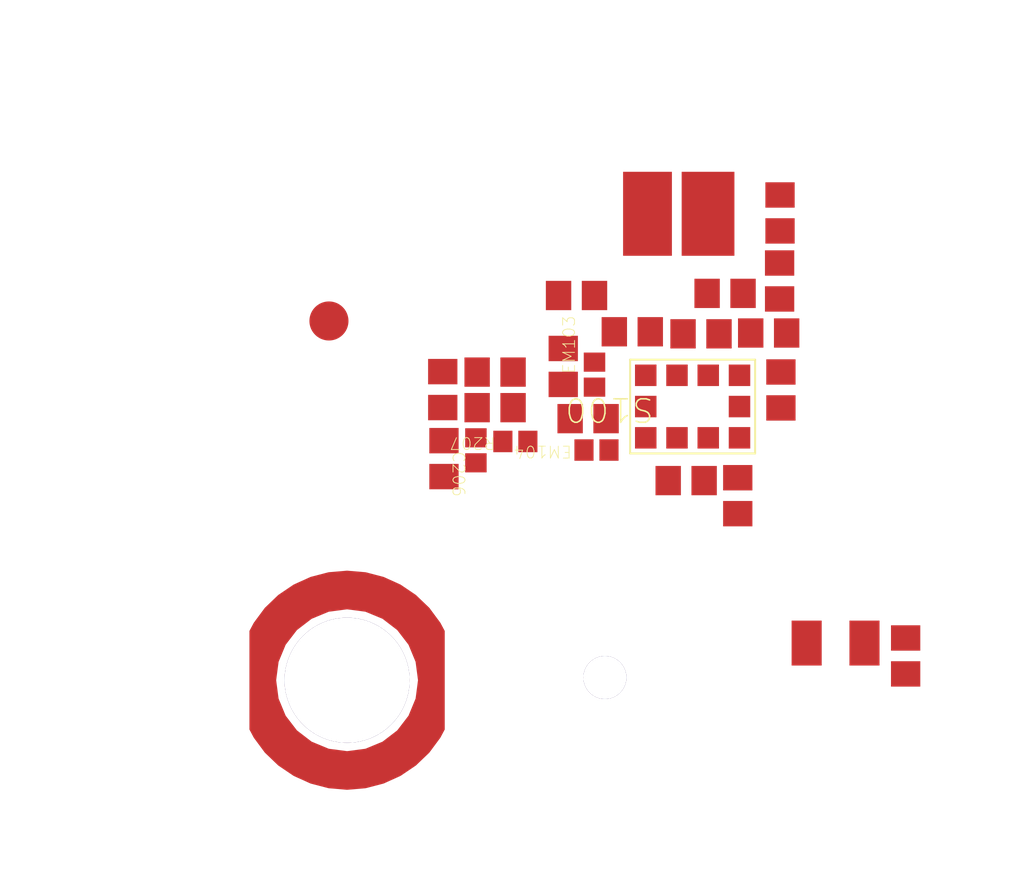
<source format=kicad_pcb>
(kicad_pcb (version 20241229) (generator "pcbnew") (generator_version "9.0")
  (layers (0 "F.Cu" signal) (2 "B.Cu" signal) (13 "F.Paste" user) (15 "B.Paste" user) (5 "F.SilkS" user "F.Silkscreen") (7 "B.SilkS" user "B.Silkscreen") (1 "F.Mask" user) (3 "B.Mask" user) (25 "Edge.Cuts" user))
  (net 0 "")
  (net 1 "N17753412")
  (net 2 "N17753221")
  (net 3 "N17757474")
  (net 4 "N17753375")
  (net 5 "N17753558")
  (net 6 "SPK_BOT_OUT_P")
  (net 7 "VREG_L15B_1P8")
  (net 8 "CDC_MIC4_P")
  (net 9 "GND")
  (net 10 "WCD_MIC_BIAS4")
  (net 11 "SDR_RFFE8_DATA")
  (net 12 "N17753084")
  (net 13 "N17753329")
  (net 14 "CDC_MIC4_N")
  (net 15 "N17908164")
  (net 16 "N17757493")
  (net 17 "N17753435")
  (net 18 "SDR_RFFE8_CLK")
  (net 19 "N17753078")
  (net 20 "N17753447")
  (net 21 "N17757419")
  (net 22 "N17753582")
  (net 23 "N17753406")
  (footprint "IND0201-HT0_35" (layer "F.Cu") (at 168.60105 107.324805)
    (property "Reference" "A118")
    (property "Value" "INDUCTOR_IND0201-HT0_35_11NH" (hide yes))
    (pad "1" smd rect (at -0.23 0) (size 0.325 0.375) (layers "F.Cu" "F.Mask" "F.Paste") (net 9 "GND"))
    (pad "2" smd rect (at 0.23 0) (size 0.325 0.375) (layers "F.Cu" "F.Mask" "F.Paste") (net 13 "N17753329"))
  )
  (footprint "PAD-RING-TYPE-C_N2" (layer "F.Cu") (at 164.07085 111.758605)
    (property "Reference" "K101" (at -0.56896 0.043561 0) (layer "F.SilkS") (effects (font (size 0.3556 0.3556) (thickness 0.0254)) (justify left bottom)))
    (property "Value" "NUT_PAD-RING-TYPE-C_N2_PAD-RING" (hide yes))
    (pad "" smd custom (at 1.250006 0.630504) (size 0.000001 0.000001) (layers "F.Cu") (options (clearance outline) (anchor circle)) (primitives (gr_poly (pts (xy -2.500006 -1.260907) (xy -2.4442 -1.365958) (xy -2.302741 -1.557176) (xy -2.131005 -1.72174) (xy -1.93393 -1.854918) (xy -1.717186 -1.952879) (xy -1.487004 -2.012806) (xy -1.250006 -2.032975) (xy -1.013009 -2.012806) (xy -0.782827 -1.952879) (xy -0.566082 -1.854918) (xy -0.369008 -1.72174) (xy -0.197271 -1.557176) (xy -0.055813 -1.365959) (xy -0.000006 -1.260908) (xy -0.000006 -1.260904) (xy -0.000006 -0.000004) (xy 0 0) (xy -0.055807 0.105051) (xy -0.197267 0.296269) (xy -0.369004 0.460833) (xy -0.56608 0.59401) (xy -0.782825 0.691971) (xy -1.013008 0.751898) (xy -1.250006 0.772067) (xy -1.487004 0.751898) (xy -1.717187 0.691971) (xy -1.933932 0.59401) (xy -2.131008 0.460833) (xy -2.302745 0.296269) (xy -2.444205 0.105051) (xy -2.500012 0) (xy -2.500006 -0.000004) (xy -2.500006 -0.630464) (xy -2.157716 -0.630464) (xy -2.126786 -0.395524) (xy -2.036106 -0.176594) (xy -1.891846 0.011406) (xy -1.703846 0.155666) (xy -1.484916 0.246346) (xy -1.249976 0.277276) (xy -1.015036 0.246346) (xy -0.796106 0.155666) (xy -0.608106 0.011406) (xy -0.463856 -0.176594) (xy -0.373166 -0.395524) (xy -0.342236 -0.630464) (xy -0.373166 -0.865404) (xy -0.463856 -1.084334) (xy -0.608106 -1.272324) (xy -0.796106 -1.416584) (xy -1.015036 -1.507264) (xy -1.249976 -1.538194) (xy -1.484916 -1.507264) (xy -1.703846 -1.416584) (xy -1.891846 -1.272324) (xy -2.036106 -1.084334) (xy -2.126786 -0.865404) (xy -2.157716 -0.630464) (xy -2.500006 -0.630464)) (width 0) (fill yes))))
    (pad "1" smd rect (at 1 0.6305) (size 0.05 0.05) (layers "F.Cu" "F.Mask" "F.Paste") (net 9 "GND"))
  )
  (footprint "RES0201-HT0_23_HD" (layer "F.Cu") (at 165.96545 108.269805 180)
    (property "Reference" "R206")
    (property "Value" "RES_RES0201-HT0_23_HD_0OHM" (hide yes))
    (pad "1" smd rect (at -0.23 0) (size 0.325 0.375) (layers "F.Cu" "F.Mask" "F.Paste") (net 16 "N17757493"))
    (pad "2" smd rect (at 0.23 0) (size 0.325 0.375) (layers "F.Cu" "F.Mask" "F.Paste") (net 14 "CDC_MIC4_N"))
  )
  (footprint "CAP0201-HT0_33_NM" (layer "F.Cu") (at 168.90895 106.807305 180)
    (property "Reference" "A135")
    (property "Value" "CAP_NM_CAP0201-HT0_33_NM_NM" (hide yes))
    (pad "1" smd rect (at -0.23 0) (size 0.325 0.375) (layers "F.Cu" "F.Mask" "F.Paste") (net 19 "N17753078"))
    (pad "2" smd rect (at 0.23 0) (size 0.325 0.375) (layers "F.Cu" "F.Mask" "F.Paste") (net 9 "GND"))
  )
  (footprint "SMT1_2X1_6_PS0_4-HT0_5_P10_HD" (layer "F.Cu") (at 168.49345 108.255905 180)
    (property "Reference" "S100")
    (property "Value" "QM13145_SMT1_2X1_6_PS0_4-HT0_5_" (hide yes))
    (fp_line (start 0.8 0.6) (end -0.8 0.6) (stroke (width 0.0254)) (layer "F.SilkS"))
    (fp_line (start 0.8 -0.6) (end 0.8 0.6) (stroke (width 0.0254)) (layer "F.SilkS"))
    (fp_line (start 0.8 -0.6) (end -0.8 -0.6) (stroke (width 0.0254)) (layer "F.SilkS"))
    (fp_line (start -0.8 -0.6) (end -0.8 0.6) (stroke (width 0.0254)) (layer "F.SilkS"))
    (fp_text user "${REFERENCE}" (at 0.48 0.13675 180) (layer "F.SilkS") (effects (font (size 0.3 0.3) (thickness 0.02)) (justify left bottom)))
    (pad "1" smd rect (at -0.6 0.4) (size 0.275 0.275) (layers "F.Cu" "F.Mask" "F.Paste") (net 12 "N17753084"))
    (pad "2" smd rect (at -0.2 0.4) (size 0.275 0.275) (layers "F.Cu" "F.Mask" "F.Paste") (net 13 "N17753329"))
    (pad "3" smd rect (at 0.2 0.4) (size 0.275 0.275) (layers "F.Cu" "F.Mask" "F.Paste") (net 23 "N17753406"))
    (pad "4" smd rect (at 0.6 0.4) (size 0.275 0.275) (layers "F.Cu" "F.Mask" "F.Paste") (net 23 "N17753406"))
    (pad "5" smd rect (at 0.6 0) (size 0.275 0.275) (layers "F.Cu" "F.Mask" "F.Paste") (net 17 "N17753435"))
    (pad "6" smd rect (at 0.6 -0.4) (size 0.275 0.275) (layers "F.Cu" "F.Mask" "F.Paste") (net 20 "N17753447"))
    (pad "7" smd rect (at 0.2 -0.4) (size 0.275 0.275) (layers "F.Cu" "F.Mask" "F.Paste") (net 9 "GND"))
    (pad "8" smd rect (at -0.2 -0.4) (size 0.275 0.275) (layers "F.Cu" "F.Mask" "F.Paste") (net 2 "N17753221"))
    (pad "9" smd rect (at -0.6 -0.4) (size 0.275 0.275) (layers "F.Cu" "F.Mask" "F.Paste") (net 4 "N17753375"))
    (pad "10" smd rect (at -0.6 0) (size 0.275 0.275) (layers "F.Cu" "F.Mask" "F.Paste") (net 1 "N17753412"))
  )
  (footprint "" (layer "F.Cu") (at 167.37085 111.723605)
    (property "Reference" "" (at 0 0 0) (layer "F.SilkS") (effects (font (size 1.27 1.27))))
    (property "Value" "")
    (pad "" thru_hole circle (at 0 0) (size 0.55 0.55) (drill 0.55) (layers "*.Cu" "*.Mask"))
  )
  (footprint "IND0201-HT0_35" (layer "F.Cu") (at 169.46695 107.314505 180)
    (property "Reference" "A122")
    (property "Value" "INDUCTOR_IND0201-HT0_35_1NH" (hide yes))
    (pad "1" smd rect (at -0.23 0) (size 0.325 0.375) (layers "F.Cu" "F.Mask" "F.Paste") (net 19 "N17753078"))
    (pad "2" smd rect (at 0.23 0) (size 0.325 0.375) (layers "F.Cu" "F.Mask" "F.Paste") (net 12 "N17753084"))
  )
  (footprint "" (layer "F.Cu") (at 164.07085 111.758605)
    (property "Reference" "" (at 0 0 0) (layer "F.SilkS") (effects (font (size 1.27 1.27))))
    (property "Value" "")
    (pad "" thru_hole circle (at 0 0) (size 1.6 1.6) (drill 1.6) (layers "*.Cu" "*.Mask"))
  )
  (footprint "CAP0201-HT0_33" (layer "F.Cu") (at 165.29535 108.038605 -90)
    (property "Reference" "C205")
    (property "Value" "CAP_NP_CAP0201-HT0_33_33PF" (hide yes))
    (pad "1" smd rect (at -0.23 0) (size 0.375 0.325) (layers "F.Cu" "F.Mask" "F.Paste") (net 8 "CDC_MIC4_P"))
    (pad "2" smd rect (at 0.23 0) (size 0.375 0.325) (layers "F.Cu" "F.Mask" "F.Paste") (net 14 "CDC_MIC4_N"))
  )
  (footprint "CAP0201-HT0_33" (layer "F.Cu") (at 169.62355 108.043305 90)
    (property "Reference" "A130")
    (property "Value" "CAP_NP_CAP0201-HT0_33_0.4PF" (hide yes))
    (pad "1" smd rect (at -0.23 0) (size 0.375 0.325) (layers "F.Cu" "F.Mask" "F.Paste") (net 1 "N17753412"))
    (pad "2" smd rect (at 0.23 0) (size 0.375 0.325) (layers "F.Cu" "F.Mask" "F.Paste") (net 19 "N17753078"))
  )
  (footprint "IND0402CS-HT0_6" (layer "F.Cu") (at 170.32305 111.283105 180)
    (property "Reference" "A133")
    (property "Value" "INDUCTOR_IND0402CS-HT0_6_3.9NH" (hide yes))
    (pad "1" smd rect (at -0.37 0) (size 0.385 0.575) (layers "F.Cu" "F.Mask" "F.Paste") (net 1 "N17753412"))
    (pad "2" smd rect (at 0.37 0) (size 0.385 0.575) (layers "F.Cu" "F.Mask" "F.Paste") (net 9 "GND"))
  )
  (footprint "" (layer "F.Cu") (at 163.83875 107.160405)
    (property "Reference" "" (at 0 0 0) (layer "F.SilkS") (effects (font (size 1.27 1.27))))
    (property "Value" "")
    (pad "" smd circle (at 0 0) (size 0.5 0.5) (layers "F.Cu" "F.Mask" "F.Paste"))
  )
  (footprint "RES0201-HT0_23_HD" (layer "F.Cu") (at 166.83765 107.742405 -90)
    (property "Reference" "A145")
    (property "Value" "RES_RES0201-HT0_23_HD_0OHM" (hide yes))
    (pad "1" smd rect (at -0.23 0) (size 0.375 0.325) (layers "F.Cu" "F.Mask" "F.Paste") (net 11 "SDR_RFFE8_DATA"))
    (pad "2" smd rect (at 0.23 0) (size 0.375 0.325) (layers "F.Cu" "F.Mask" "F.Paste") (net 17 "N17753435"))
  )
  (footprint "RES0201-HT0_23_HD" (layer "F.Cu") (at 167.00755 106.834405)
    (property "Reference" "A136")
    (property "Value" "RES_RES0201-HT0_23_HD_0OHM" (hide yes))
    (pad "1" smd rect (at -0.23 0) (size 0.325 0.375) (layers "F.Cu" "F.Mask" "F.Paste") (net 7 "VREG_L15B_1P8"))
    (pad "2" smd rect (at 0.23 0) (size 0.325 0.375) (layers "F.Cu" "F.Mask" "F.Paste") (net 23 "N17753406"))
  )
  (footprint "RES0201-HT0_23_HD" (layer "F.Cu") (at 165.96545 107.814805 180)
    (property "Reference" "R205")
    (property "Value" "RES_RES0201-HT0_23_HD_0OHM" (hide yes))
    (pad "1" smd rect (at -0.23 0) (size 0.325 0.375) (layers "F.Cu" "F.Mask" "F.Paste") (net 21 "N17757419"))
    (pad "2" smd rect (at 0.23 0) (size 0.325 0.375) (layers "F.Cu" "F.Mask" "F.Paste") (net 8 "CDC_MIC4_P"))
  )
  (footprint "RES01005_HT0_15_S0_38" (layer "F.Cu") (at 166.22485 108.702605 180)
    (property "Reference" "R207")
    (property "Value" "RES_RES01005_HT0_15_S0_38_0OHM" (hide yes))
    (fp_text user "${REFERENCE}" (at 0.24684 0.068469 180) (layer "F.SilkS") (effects (font (size 0.1524 0.1524) (thickness 0.01016)) (justify left bottom)))
    (pad "1" smd rect (at -0.16 0) (size 0.245 0.275) (layers "F.Cu" "F.Mask" "F.Paste") (net 16 "N17757493"))
    (pad "2" smd rect (at 0.16 0) (size 0.245 0.275) (layers "F.Cu" "F.Mask" "F.Paste") (net 9 "GND"))
  )
  (footprint "CAP01005_HT0_22_NM" (layer "F.Cu") (at 167.26295 108.812405 180)
    (property "Reference" "EM104")
    (property "Value" "CAP_NM_CAP01005_HT0_22_NM_NM" (hide yes))
    (fp_text user "${REFERENCE}" (at 0.3078 0.068469 180) (layer "F.SilkS") (effects (font (size 0.1524 0.1524) (thickness 0.01016)) (justify left bottom)))
    (pad "1" smd rect (at -0.16 0) (size 0.245 0.275) (layers "F.Cu" "F.Mask" "F.Paste") (net 20 "N17753447"))
    (pad "2" smd rect (at 0.16 0) (size 0.245 0.275) (layers "F.Cu" "F.Mask" "F.Paste") (net 9 "GND"))
  )
  (footprint "IND0201-HT0_35" (layer "F.Cu") (at 168.41095 109.203405)
    (property "Reference" "A119")
    (property "Value" "INDUCTOR_IND0201-HT0_35_5.6NH" (hide yes))
    (pad "1" smd rect (at -0.23 0) (size 0.325 0.375) (layers "F.Cu" "F.Mask" "F.Paste") (net 9 "GND"))
    (pad "2" smd rect (at 0.23 0) (size 0.325 0.375) (layers "F.Cu" "F.Mask" "F.Paste") (net 2 "N17753221"))
  )
  (footprint "RES0201-HT0_23_HD" (layer "F.Cu") (at 167.15575 108.410405)
    (property "Reference" "A146")
    (property "Value" "RES_RES0201-HT0_23_HD_0OHM" (hide yes))
    (pad "1" smd rect (at -0.23 0) (size 0.325 0.375) (layers "F.Cu" "F.Mask" "F.Paste") (net 18 "SDR_RFFE8_CLK"))
    (pad "2" smd rect (at 0.23 0) (size 0.325 0.375) (layers "F.Cu" "F.Mask" "F.Paste") (net 20 "N17753447"))
  )
  (footprint "SHORT_RES0_06_HD_5" (layer "F.Cu") (at 162.27205 107.755105 180)
    (property "Reference" "W201")
    (property "Value" "SHORT_SHORT_RES0_06_HD_5_SHORT" (hide yes))
    (pad "1" smd circle (at -0.03 0.0015) (size 0.001 0.001) (layers "*.Cu" "*.Mask") (net 6 "SPK_BOT_OUT_P") (padstack (mode custom) (layer "B.Cu" (shape circle) (size 0 0))))
    (pad "2" smd circle (at 0.028 0.0015) (size 0.001 0.001) (layers "*.Cu" "*.Mask") (net 15 "N17908164") (padstack (mode custom) (layer "B.Cu" (shape circle) (size 0 0))))
  )
  (footprint "CAP0201-HT0_33" (layer "F.Cu") (at 167.72135 107.298505 180)
    (property "Reference" "EM102")
    (property "Value" "CAP_NP_CAP0201-HT0_33_100PF" (hide yes))
    (pad "1" smd rect (at -0.23 0) (size 0.325 0.375) (layers "F.Cu" "F.Mask" "F.Paste") (net 23 "N17753406"))
    (pad "2" smd rect (at 0.23 0) (size 0.325 0.375) (layers "F.Cu" "F.Mask" "F.Paste") (net 9 "GND"))
  )
  (footprint "CAP0201-HT0_33_NM" (layer "F.Cu") (at 169.61215 105.777805 90)
    (property "Reference" "A134")
    (property "Value" "CAP_NM_CAP0201-HT0_33_NM_NM" (hide yes))
    (pad "1" smd rect (at -0.23 0) (size 0.375 0.325) (layers "F.Cu" "F.Mask" "F.Paste") (net 22 "N17753582"))
    (pad "2" smd rect (at 0.23 0) (size 0.375 0.325) (layers "F.Cu" "F.Mask" "F.Paste") (net 9 "GND"))
  )
  (footprint "ANT_1_0X1_7_P2_HT1_45_HD" (layer "F.Cu") (at 168.14085 105.788605 -90)
    (property "Reference" "J106")
    (property "Value" "KEY_2P_ANT_1_0X1_7_P2_HT1_45_HD" (hide yes))
    (pad "1" smd rect (at 0 -0.55) (size 0.675 1.075) (layers "F.Cu" "F.Mask" "F.Paste") (net 9 "GND"))
    (pad "2" smd rect (at 0 0.225) (size 0.625 1.075) (layers "F.Cu" "F.Mask" "F.Paste") (net 9 "GND"))
  )
  (footprint "CAP01005_HT0_22_NM" (layer "F.Cu") (at 167.23765 107.847405 90)
    (property "Reference" "EM103")
    (property "Value" "CAP_NM_CAP01005_HT0_22_NM_NM" (hide yes))
    (fp_text user "${REFERENCE}" (at 0.003 -0.236331 90) (layer "F.SilkS") (effects (font (size 0.1524 0.1524) (thickness 0.01016)) (justify left bottom)))
    (pad "1" smd rect (at -0.16 0) (size 0.275 0.245) (layers "F.Cu" "F.Mask" "F.Paste") (net 17 "N17753435"))
    (pad "2" smd rect (at 0.16 0) (size 0.275 0.245) (layers "F.Cu" "F.Mask" "F.Paste") (net 9 "GND"))
  )
  (footprint "CAP01005_HT0_22_S0_38" (layer "F.Cu") (at 165.71965 108.815805 -90)
    (property "Reference" "C206")
    (property "Value" "CAP_NP_CAP01005_HT0_22_S0_38_0." (hide yes))
    (fp_text user "${REFERENCE}" (at 0.003 0.312309 270) (layer "F.SilkS") (effects (font (size 0.1524 0.1524) (thickness 0.01016)) (justify left bottom)))
    (pad "1" smd rect (at -0.16 0) (size 0.275 0.245) (layers "F.Cu" "F.Mask" "F.Paste") (net 10 "WCD_MIC_BIAS4"))
    (pad "2" smd rect (at 0.16 0) (size 0.275 0.245) (layers "F.Cu" "F.Mask" "F.Paste") (net 9 "GND"))
  )
  (footprint "CAP0201-HT0_33" (layer "F.Cu") (at 171.21995 111.447805 90)
    (property "Reference" "A129")
    (property "Value" "CAP_NP_CAP0201-HT0_33_1.8PF" (hide yes))
    (pad "1" smd rect (at -0.23 0) (size 0.375 0.325) (layers "F.Cu" "F.Mask" "F.Paste") (net 5 "N17753558"))
    (pad "2" smd rect (at 0.23 0) (size 0.375 0.325) (layers "F.Cu" "F.Mask" "F.Paste") (net 1 "N17753412"))
  )
  (footprint "IND0201-HT0_42" (layer "F.Cu") (at 169.07105 109.396605 90)
    (property "Reference" "A128")
    (property "Value" "INDUCTOR_IND0201-HT0_42_3NH" (hide yes))
    (pad "1" smd rect (at -0.23 0) (size 0.375 0.325) (layers "F.Cu" "F.Mask" "F.Paste") (net 9 "GND"))
    (pad "2" smd rect (at 0.23 0) (size 0.375 0.325) (layers "F.Cu" "F.Mask" "F.Paste") (net 4 "N17753375"))
  )
  (footprint "RES0201-HT0_23_HD" (layer "F.Cu") (at 169.60675 106.648505 90)
    (property "Reference" "A131")
    (property "Value" "RES_RES0201-HT0_23_HD_0OHM" (hide yes))
    (pad "1" smd rect (at -0.23 0) (size 0.375 0.325) (layers "F.Cu" "F.Mask" "F.Paste") (net 19 "N17753078"))
    (pad "2" smd rect (at 0.23 0) (size 0.375 0.325) (layers "F.Cu" "F.Mask" "F.Paste") (net 22 "N17753582"))
  )
  (footprint "IND0201-HT0_35" (layer "F.Cu") (at 165.31085 108.922105 -90)
    (property "Reference" "L200")
    (property "Value" "INDUCTOR_IND0201-HT0_35_180NH" (hide yes))
    (pad "1" smd rect (at -0.23 0) (size 0.375 0.325) (layers "F.Cu" "F.Mask" "F.Paste") (net 10 "WCD_MIC_BIAS4"))
    (pad "2" smd rect (at 0.23 0) (size 0.375 0.325) (layers "F.Cu" "F.Mask" "F.Paste") (net 3 "N17757474"))
  )
)
</source>
